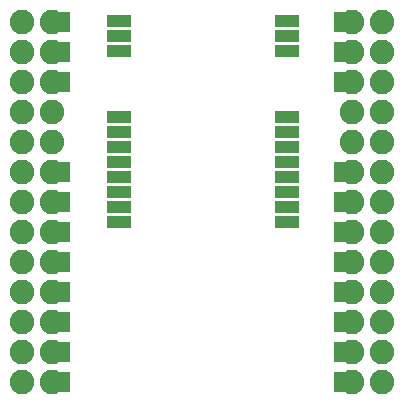
<source format=gbr>
G04 EAGLE Gerber RS-274X export*
G75*
%MOMM*%
%FSLAX34Y34*%
%LPD*%
%INSoldermask Top*%
%IPPOS*%
%AMOC8*
5,1,8,0,0,1.08239X$1,22.5*%
G01*
%ADD10R,2.003200X1.703200*%
%ADD11C,2.082800*%
%ADD12R,2.003200X0.983200*%


D10*
X41910Y334010D03*
X41910Y308610D03*
X41910Y283210D03*
X41910Y207010D03*
X41910Y181610D03*
X41910Y156210D03*
X41910Y130810D03*
X41910Y105410D03*
X41910Y80010D03*
X41910Y54610D03*
X41910Y29210D03*
X285750Y29210D03*
X285750Y54610D03*
X285750Y80010D03*
X285750Y105410D03*
X285750Y130810D03*
X285750Y156210D03*
X285750Y181610D03*
X285750Y207010D03*
X285750Y283210D03*
X285750Y308610D03*
X285750Y334010D03*
D11*
X11430Y29210D03*
X11430Y54610D03*
X11430Y80010D03*
X11430Y105410D03*
X11430Y130810D03*
X11430Y156210D03*
X11430Y181610D03*
X11430Y207010D03*
X11430Y232410D03*
X11430Y257810D03*
X11430Y283210D03*
X11430Y308610D03*
X11430Y334010D03*
X316230Y334010D03*
X316230Y308610D03*
X316230Y283210D03*
X316230Y257810D03*
X316230Y232410D03*
X316230Y207010D03*
X316230Y181610D03*
X316230Y156210D03*
X316230Y130810D03*
X316230Y105410D03*
X316230Y80010D03*
X316230Y54610D03*
X316230Y29210D03*
D12*
X93980Y335280D03*
X93980Y322580D03*
X93980Y309880D03*
X93980Y254000D03*
X93980Y241300D03*
X93980Y228600D03*
X93980Y215900D03*
X93980Y203200D03*
X93980Y190500D03*
X93980Y177800D03*
X93980Y165100D03*
X236220Y165100D03*
X236220Y177800D03*
X236220Y190500D03*
X236220Y203200D03*
X236220Y215900D03*
X236220Y228600D03*
X236220Y241300D03*
X236220Y254000D03*
X236220Y309880D03*
X236220Y322580D03*
X236220Y335280D03*
D11*
X36830Y29210D03*
X36830Y54610D03*
X36830Y80010D03*
X36830Y105410D03*
X36830Y130810D03*
X36830Y156210D03*
X36830Y181610D03*
X36830Y207010D03*
X36830Y232410D03*
X36830Y257810D03*
X36830Y283210D03*
X36830Y308610D03*
X36830Y334010D03*
X290830Y334010D03*
X290830Y308610D03*
X290830Y283210D03*
X290830Y257810D03*
X290830Y232410D03*
X290830Y207010D03*
X290830Y181610D03*
X290830Y156210D03*
X290830Y130810D03*
X290830Y105410D03*
X290830Y80010D03*
X290830Y54610D03*
X290830Y29210D03*
M02*

</source>
